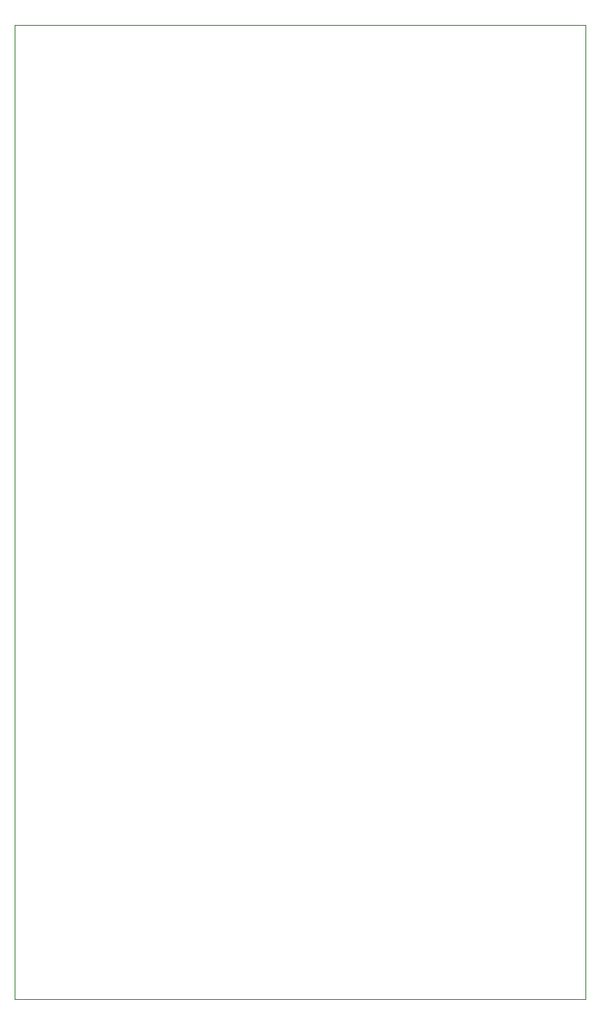
<source format=gm1>
%TF.GenerationSoftware,KiCad,Pcbnew,7.0.7*%
%TF.CreationDate,2023-10-02T11:40:01-05:00*%
%TF.ProjectId,iowa-rover,696f7761-2d72-46f7-9665-722e6b696361,rev?*%
%TF.SameCoordinates,Original*%
%TF.FileFunction,Profile,NP*%
%FSLAX46Y46*%
G04 Gerber Fmt 4.6, Leading zero omitted, Abs format (unit mm)*
G04 Created by KiCad (PCBNEW 7.0.7) date 2023-10-02 11:40:01*
%MOMM*%
%LPD*%
G01*
G04 APERTURE LIST*
%TA.AperFunction,Profile*%
%ADD10C,0.100000*%
%TD*%
G04 APERTURE END LIST*
D10*
X39116000Y-60754000D02*
X95377000Y-60754000D01*
X95377000Y-156670000D01*
X39116000Y-156670000D01*
X39116000Y-60754000D01*
M02*

</source>
